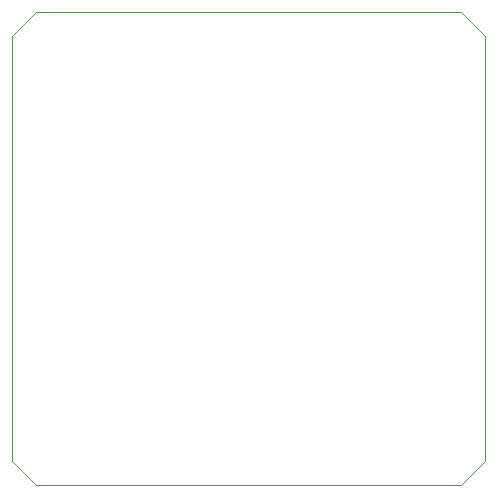
<source format=gm1>
G04 #@! TF.GenerationSoftware,KiCad,Pcbnew,7.0.8-7.0.8~ubuntu22.04.1*
G04 #@! TF.CreationDate,2023-11-29T13:05:00-08:00*
G04 #@! TF.ProjectId,30 mm Cage Plate LED MCPCB,3330206d-6d20-4436-9167-6520506c6174,rev?*
G04 #@! TF.SameCoordinates,Original*
G04 #@! TF.FileFunction,Profile,NP*
%FSLAX46Y46*%
G04 Gerber Fmt 4.6, Leading zero omitted, Abs format (unit mm)*
G04 Created by KiCad (PCBNEW 7.0.8-7.0.8~ubuntu22.04.1) date 2023-11-29 13:05:00*
%MOMM*%
%LPD*%
G01*
G04 APERTURE LIST*
G04 #@! TA.AperFunction,Profile*
%ADD10C,0.100000*%
G04 #@! TD*
G04 APERTURE END LIST*
D10*
X102000000Y-60000000D02*
X138000000Y-60000000D01*
X138000000Y-100000000D02*
X102000000Y-100000000D01*
X140000000Y-62000000D02*
X140000000Y-98000000D01*
X100000000Y-98000000D02*
X100000000Y-62000000D01*
X102000000Y-100000000D02*
X100000000Y-98000000D01*
X138000000Y-60000000D02*
X140000000Y-62000000D01*
X140000000Y-98000000D02*
X138000000Y-100000000D01*
X100000000Y-62000000D02*
X102000000Y-60000000D01*
M02*

</source>
